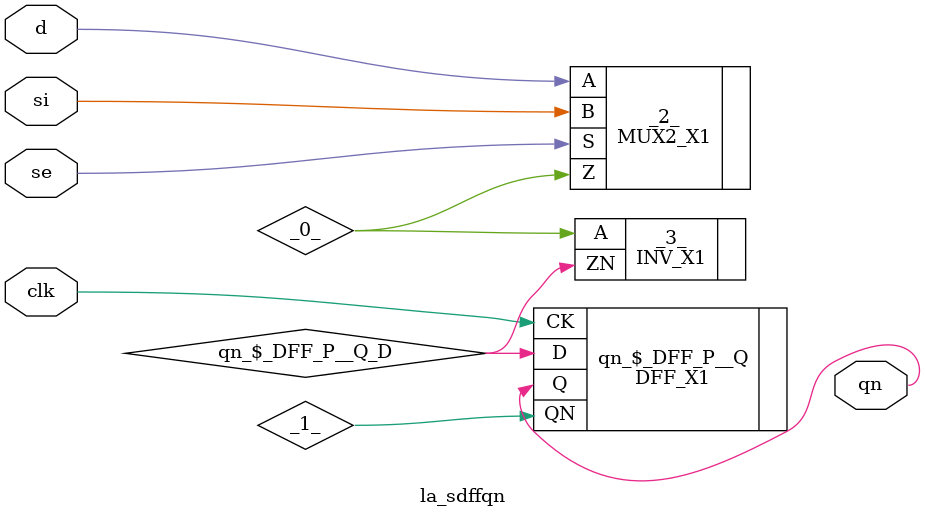
<source format=v>
/* Generated by Yosys 0.37 (git sha1 a5c7f69ed, clang 14.0.0-1ubuntu1.1 -fPIC -Os) */

module la_sdffqn(d, si, se, clk, qn);
  wire _0_;
  wire _1_;
  input clk;
  wire clk;
  input d;
  wire d;
  output qn;
  wire qn;
  wire \qn_$_DFF_P__Q_D ;
  input se;
  wire se;
  input si;
  wire si;
  MUX2_X1 _2_ (
    .A(d),
    .B(si),
    .S(se),
    .Z(_0_)
  );
  INV_X1 _3_ (
    .A(_0_),
    .ZN(\qn_$_DFF_P__Q_D )
  );
  DFF_X1 \qn_$_DFF_P__Q  (
    .CK(clk),
    .D(\qn_$_DFF_P__Q_D ),
    .Q(qn),
    .QN(_1_)
  );
endmodule

</source>
